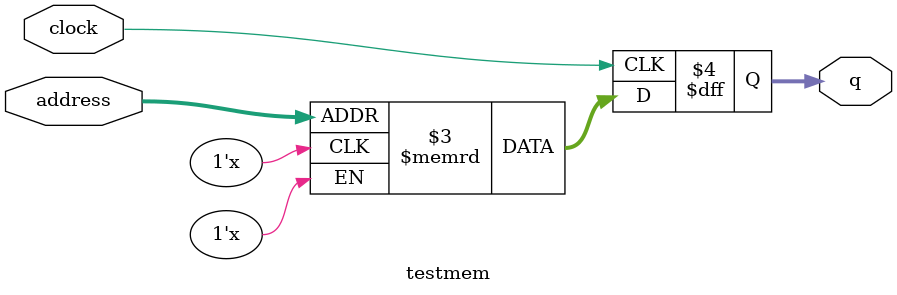
<source format=v>
`timescale 1ns / 1ps

 module regfile(
    input  [4:0]  ra,
	input  [4:0]  rb,
	input  [4:0]  rw,
	input  [31:0] wrdata,
	input  regwe,
	input  wrclk,
	output [31:0] outa, outb
	);

	reg [31:0] regs[31:0];	
	reg [15:0] i;
    initial begin
        for(i = 0; i < 32; i = i + 1)
            regs[i] = 32'b0;
    end
    
    always @(posedge wrclk) begin
        if(regwe && rw)
            regs[rw] = wrdata;
    end

	assign outa = regs[ra];
    assign outb = regs[rb];
	
endmodule

module dmem(
	input  [31:0] addr,
	output reg [31:0] dataout,
	input  [31:0] datain,
	input  rdclk,
	input  wrclk,
	input [2:0] memop,
	input we);

    reg [31:0] mem[32767:0];  //2^15
    reg [31:0] data1;

    always @(posedge rdclk) begin
        data1 = mem[addr[14:2]];
        case(memop)
            3'b000: 
                case(addr[1:0])
                    2'b00: dataout = {{24{data1[7]}}, data1[7:0]};
                    2'b01: dataout = {{24{data1[15]}}, data1[15:8]};
                    2'b10: dataout = {{24{data1[23]}}, data1[23:16]};
                    2'b11: dataout = {{24{data1[31]}}, data1[31:24]};
                endcase
            3'b001: 
                case(addr[1])
                    1'b0: dataout = {{16{data1[15]}}, data1[15:0]};
                    1'b1: dataout = {{16{data1[31]}}, data1[31:16]};
                endcase
            3'b010: dataout = data1;
            3'b100: 
                case(addr[1:0])
                    2'b00: dataout = {24'b0, data1[7:0]};
                    2'b01: dataout = {24'b0, data1[15:8]};
                    2'b10: dataout = {24'b0, data1[23:16]};
                    2'b11: dataout = {24'b0, data1[31:24]};
                endcase
            3'b101:
                case(addr[1])
                    1'b0: dataout = {16'b0, data1[15:0]};
                    1'b1: dataout = {16'b0, data1[31:16]};
                endcase
        endcase
    end

    always @(posedge wrclk)
        if(we) begin
            case(memop)
                3'b000: 
                    case(addr[1:0])
                        2'b00: mem[addr[14:2]][7:0] = datain[7:0];
                        2'b01: mem[addr[14:2]][15:8] = datain[7:0];
                        2'b10: mem[addr[14:2]][23:16] = datain[7:0];
                        2'b11: mem[addr[14:2]][31:24] = datain[7:0];
                    endcase
                3'b001: 
                    case(addr[1])
                        1'b0: mem[addr[14:2]][15:0] = datain[15:0];
                        1'b1: mem[addr[14:2]][31:16] = datain[15:0];
                    endcase
                3'b010: mem[addr[14:2]] = datain;
            endcase
        end
endmodule

module testmem (
    input [15:0] address,
    input clock,
    output reg [31:0] q
    );
    
    reg [31:0] ram[32767:0];
    always @(posedge clock) begin
        q = ram[address];
    end
endmodule
</source>
